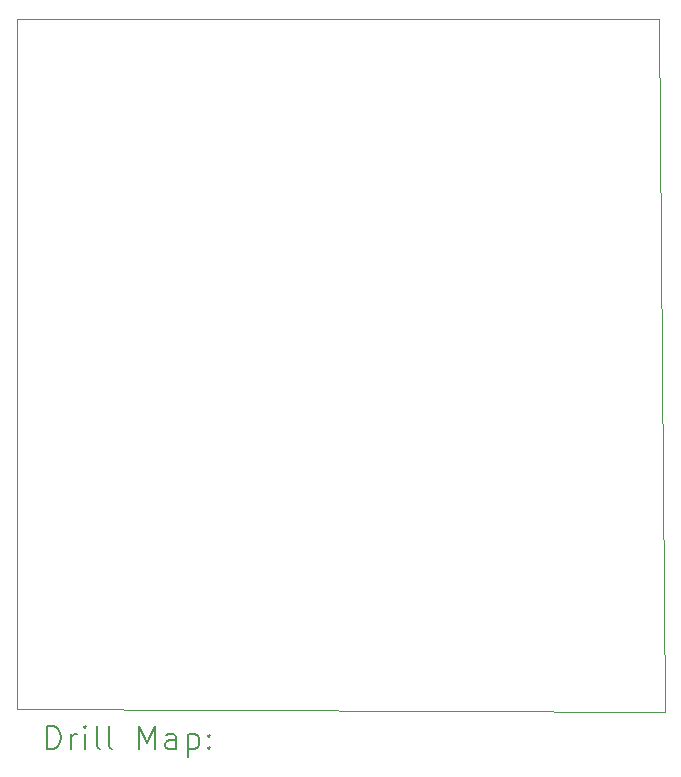
<source format=gbr>
%TF.GenerationSoftware,KiCad,Pcbnew,7.0.11+dfsg-1build4*%
%TF.CreationDate,2026-02-26T20:41:34-05:00*%
%TF.ProjectId,tweed57,74776565-6435-4372-9e6b-696361645f70,rev?*%
%TF.SameCoordinates,Original*%
%TF.FileFunction,Drillmap*%
%TF.FilePolarity,Positive*%
%FSLAX45Y45*%
G04 Gerber Fmt 4.5, Leading zero omitted, Abs format (unit mm)*
G04 Created by KiCad (PCBNEW 7.0.11+dfsg-1build4) date 2026-02-26 20:41:34*
%MOMM*%
%LPD*%
G01*
G04 APERTURE LIST*
%ADD10C,0.100000*%
%ADD11C,0.200000*%
G04 APERTURE END LIST*
D10*
X15494000Y-10871200D02*
X15468600Y-10871200D01*
X10007600Y-5003800D02*
X15417800Y-5003800D01*
X15468600Y-10871200D02*
X10007600Y-10845800D01*
X15417800Y-5003800D02*
X15443200Y-5003800D01*
X15443200Y-5003800D02*
X15494000Y-10871200D01*
X10007600Y-10845800D02*
X10007600Y-5003800D01*
D11*
X10263377Y-11187684D02*
X10263377Y-10987684D01*
X10263377Y-10987684D02*
X10310996Y-10987684D01*
X10310996Y-10987684D02*
X10339567Y-10997208D01*
X10339567Y-10997208D02*
X10358615Y-11016255D01*
X10358615Y-11016255D02*
X10368139Y-11035303D01*
X10368139Y-11035303D02*
X10377663Y-11073398D01*
X10377663Y-11073398D02*
X10377663Y-11101970D01*
X10377663Y-11101970D02*
X10368139Y-11140065D01*
X10368139Y-11140065D02*
X10358615Y-11159112D01*
X10358615Y-11159112D02*
X10339567Y-11178160D01*
X10339567Y-11178160D02*
X10310996Y-11187684D01*
X10310996Y-11187684D02*
X10263377Y-11187684D01*
X10463377Y-11187684D02*
X10463377Y-11054350D01*
X10463377Y-11092446D02*
X10472901Y-11073398D01*
X10472901Y-11073398D02*
X10482424Y-11063874D01*
X10482424Y-11063874D02*
X10501472Y-11054350D01*
X10501472Y-11054350D02*
X10520520Y-11054350D01*
X10587186Y-11187684D02*
X10587186Y-11054350D01*
X10587186Y-10987684D02*
X10577663Y-10997208D01*
X10577663Y-10997208D02*
X10587186Y-11006731D01*
X10587186Y-11006731D02*
X10596710Y-10997208D01*
X10596710Y-10997208D02*
X10587186Y-10987684D01*
X10587186Y-10987684D02*
X10587186Y-11006731D01*
X10710996Y-11187684D02*
X10691948Y-11178160D01*
X10691948Y-11178160D02*
X10682424Y-11159112D01*
X10682424Y-11159112D02*
X10682424Y-10987684D01*
X10815758Y-11187684D02*
X10796710Y-11178160D01*
X10796710Y-11178160D02*
X10787186Y-11159112D01*
X10787186Y-11159112D02*
X10787186Y-10987684D01*
X11044329Y-11187684D02*
X11044329Y-10987684D01*
X11044329Y-10987684D02*
X11110996Y-11130541D01*
X11110996Y-11130541D02*
X11177663Y-10987684D01*
X11177663Y-10987684D02*
X11177663Y-11187684D01*
X11358615Y-11187684D02*
X11358615Y-11082922D01*
X11358615Y-11082922D02*
X11349091Y-11063874D01*
X11349091Y-11063874D02*
X11330043Y-11054350D01*
X11330043Y-11054350D02*
X11291948Y-11054350D01*
X11291948Y-11054350D02*
X11272901Y-11063874D01*
X11358615Y-11178160D02*
X11339567Y-11187684D01*
X11339567Y-11187684D02*
X11291948Y-11187684D01*
X11291948Y-11187684D02*
X11272901Y-11178160D01*
X11272901Y-11178160D02*
X11263377Y-11159112D01*
X11263377Y-11159112D02*
X11263377Y-11140065D01*
X11263377Y-11140065D02*
X11272901Y-11121017D01*
X11272901Y-11121017D02*
X11291948Y-11111493D01*
X11291948Y-11111493D02*
X11339567Y-11111493D01*
X11339567Y-11111493D02*
X11358615Y-11101970D01*
X11453853Y-11054350D02*
X11453853Y-11254350D01*
X11453853Y-11063874D02*
X11472901Y-11054350D01*
X11472901Y-11054350D02*
X11510996Y-11054350D01*
X11510996Y-11054350D02*
X11530043Y-11063874D01*
X11530043Y-11063874D02*
X11539567Y-11073398D01*
X11539567Y-11073398D02*
X11549091Y-11092446D01*
X11549091Y-11092446D02*
X11549091Y-11149589D01*
X11549091Y-11149589D02*
X11539567Y-11168636D01*
X11539567Y-11168636D02*
X11530043Y-11178160D01*
X11530043Y-11178160D02*
X11510996Y-11187684D01*
X11510996Y-11187684D02*
X11472901Y-11187684D01*
X11472901Y-11187684D02*
X11453853Y-11178160D01*
X11634805Y-11168636D02*
X11644329Y-11178160D01*
X11644329Y-11178160D02*
X11634805Y-11187684D01*
X11634805Y-11187684D02*
X11625282Y-11178160D01*
X11625282Y-11178160D02*
X11634805Y-11168636D01*
X11634805Y-11168636D02*
X11634805Y-11187684D01*
X11634805Y-11063874D02*
X11644329Y-11073398D01*
X11644329Y-11073398D02*
X11634805Y-11082922D01*
X11634805Y-11082922D02*
X11625282Y-11073398D01*
X11625282Y-11073398D02*
X11634805Y-11063874D01*
X11634805Y-11063874D02*
X11634805Y-11082922D01*
M02*

</source>
